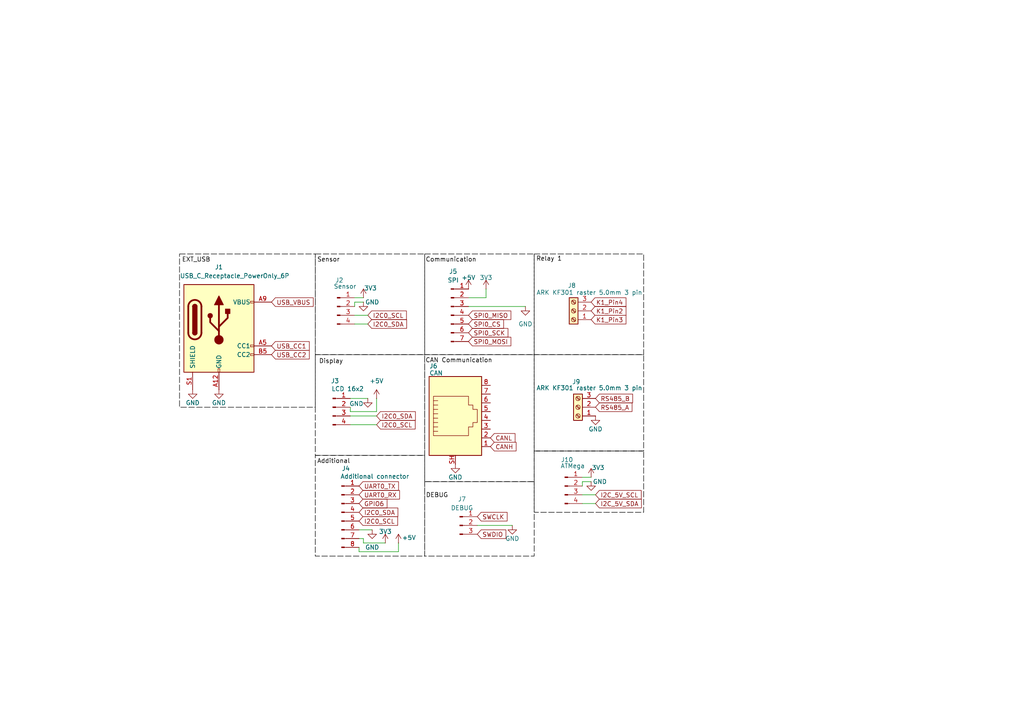
<source format=kicad_sch>
(kicad_sch (version 20250114) (generator "eeschema") (generator_version "9.0")
  (paper "A4")
  (title_block (title "Connectors") (date "2025-10-26") (rev "1.0") (company "PKl"))
  (lib_symbols
    (symbol "Connector:8P8C_Shielded" (pin_names (offset 1.016))
      (property "Reference" "J" (at -5.08 13.97 0))
      (property "Value" "8P8C_Shielded" (at 2.54 13.97 0))
      (symbol "8P8C_Shielded_0_1"
        (polyline (pts (xy -6.35 1.905) (xy -5.08 1.905) (xy -5.08 1.905)))
        (polyline (pts (xy -6.35 0.635) (xy -5.08 0.635) (xy -5.08 0.635)))
        (polyline (pts (xy -6.35 -0.635) (xy -5.08 -0.635) (xy -5.08 -0.635)))
        (polyline (pts (xy -6.35 -1.905) (xy -5.08 -1.905) (xy -5.08 -1.905)))
        (polyline (pts (xy -6.35 -3.175) (xy -5.08 -3.175) (xy -5.08 -3.175)))
        (polyline (pts (xy -6.35 -4.445) (xy -6.35 6.985) (xy 3.81 6.985) (xy 3.81 4.445) (xy 5.08 4.445) (xy 5.08 3.175) (xy 6.35 3.175) (xy 6.35 -0.635) (xy 5.08 -0.635) (xy 5.08 -1.905) (xy 3.81 -1.905) (xy 3.81 -4.445) (xy -6.35 -4.445) (xy -6.35 -4.445)))
        (polyline (pts (xy -5.08 5.715) (xy -6.35 5.715)))
        (polyline (pts (xy -5.08 4.445) (xy -6.35 4.445)))
        (polyline (pts (xy -5.08 3.175) (xy -6.35 3.175) (xy -6.35 3.175)))
        (rectangle (start 7.62 12.7) (end -7.62 -10.16) (stroke (width 0.254)) (fill (type background)))
      )
      (symbol "8P8C_Shielded_1_1"
        (pin passive line (at 0 -12.7 90) (length 2.54) (name "~") (number "SH"))
        (pin passive line (at 10.16 10.16 180) (length 2.54) (name "~") (number "8"))
        (pin passive line (at 10.16 7.62 180) (length 2.54) (name "~") (number "7"))
        (pin passive line (at 10.16 5.08 180) (length 2.54) (name "~") (number "6"))
        (pin passive line (at 10.16 2.54 180) (length 2.54) (name "~") (number "5"))
        (pin passive line (at 10.16 0 180) (length 2.54) (name "~") (number "4"))
        (pin passive line (at 10.16 -2.54 180) (length 2.54) (name "~") (number "3"))
        (pin passive line (at 10.16 -5.08 180) (length 2.54) (name "~") (number "2"))
        (pin passive line (at 10.16 -7.62 180) (length 2.54) (name "~") (number "1"))
      )
    )
    (symbol "Connector:Conn_01x03_Pin" (pin_names (offset 1.016) (hide yes))
      (property "Reference" "J" (at 0 5.08 0))
      (property "Value" "Conn_01x03_Pin" (at 0 -5.08 0))
      (symbol "Conn_01x03_Pin_1_1"
        (rectangle (start 0.8636 2.667) (end 0 2.413) (stroke (width 0.1524)) (fill (type outline)))
        (rectangle (start 0.8636 0.127) (end 0 -0.127) (stroke (width 0.1524)) (fill (type outline)))
        (rectangle (start 0.8636 -2.413) (end 0 -2.667) (stroke (width 0.1524)) (fill (type outline)))
        (polyline (pts (xy 1.27 2.54) (xy 0.8636 2.54)) (stroke (width 0.1524)))
        (polyline (pts (xy 1.27 0) (xy 0.8636 0)) (stroke (width 0.1524)))
        (polyline (pts (xy 1.27 -2.54) (xy 0.8636 -2.54)) (stroke (width 0.1524)))
        (pin passive line (at 5.08 2.54 180) (length 3.81) (name "Pin_1") (number "1"))
        (pin passive line (at 5.08 0 180) (length 3.81) (name "Pin_2") (number "2"))
        (pin passive line (at 5.08 -2.54 180) (length 3.81) (name "Pin_3") (number "3"))
      )
    )
    (symbol "Connector:Conn_01x04_Pin" (pin_names (offset 1.016) (hide yes))
      (property "Reference" "J" (at 0 5.08 0))
      (property "Value" "Conn_01x04_Pin" (at 0 -7.62 0))
      (symbol "Conn_01x04_Pin_1_1"
        (rectangle (start 0.8636 2.667) (end 0 2.413) (stroke (width 0.1524)) (fill (type outline)))
        (rectangle (start 0.8636 0.127) (end 0 -0.127) (stroke (width 0.1524)) (fill (type outline)))
        (rectangle (start 0.8636 -2.413) (end 0 -2.667) (stroke (width 0.1524)) (fill (type outline)))
        (rectangle (start 0.8636 -4.953) (end 0 -5.207) (stroke (width 0.1524)) (fill (type outline)))
        (polyline (pts (xy 1.27 2.54) (xy 0.8636 2.54)) (stroke (width 0.1524)))
        (polyline (pts (xy 1.27 0) (xy 0.8636 0)) (stroke (width 0.1524)))
        (polyline (pts (xy 1.27 -2.54) (xy 0.8636 -2.54)) (stroke (width 0.1524)))
        (polyline (pts (xy 1.27 -5.08) (xy 0.8636 -5.08)) (stroke (width 0.1524)))
        (pin passive line (at 5.08 2.54 180) (length 3.81) (name "Pin_1") (number "1"))
        (pin passive line (at 5.08 0 180) (length 3.81) (name "Pin_2") (number "2"))
        (pin passive line (at 5.08 -2.54 180) (length 3.81) (name "Pin_3") (number "3"))
        (pin passive line (at 5.08 -5.08 180) (length 3.81) (name "Pin_4") (number "4"))
      )
    )
    (symbol "Connector:Conn_01x07_Pin" (pin_names (offset 1.016) (hide yes))
      (property "Reference" "J" (at 0 10.16 0))
      (property "Value" "Conn_01x07_Pin" (at 0 -10.16 0))
      (symbol "Conn_01x07_Pin_1_1"
        (rectangle (start 0.8636 7.747) (end 0 7.493) (stroke (width 0.1524)) (fill (type outline)))
        (rectangle (start 0.8636 5.207) (end 0 4.953) (stroke (width 0.1524)) (fill (type outline)))
        (rectangle (start 0.8636 2.667) (end 0 2.413) (stroke (width 0.1524)) (fill (type outline)))
        (rectangle (start 0.8636 0.127) (end 0 -0.127) (stroke (width 0.1524)) (fill (type outline)))
        (rectangle (start 0.8636 -2.413) (end 0 -2.667) (stroke (width 0.1524)) (fill (type outline)))
        (rectangle (start 0.8636 -4.953) (end 0 -5.207) (stroke (width 0.1524)) (fill (type outline)))
        (rectangle (start 0.8636 -7.493) (end 0 -7.747) (stroke (width 0.1524)) (fill (type outline)))
        (polyline (pts (xy 1.27 7.62) (xy 0.8636 7.62)) (stroke (width 0.1524)))
        (polyline (pts (xy 1.27 5.08) (xy 0.8636 5.08)) (stroke (width 0.1524)))
        (polyline (pts (xy 1.27 2.54) (xy 0.8636 2.54)) (stroke (width 0.1524)))
        (polyline (pts (xy 1.27 0) (xy 0.8636 0)) (stroke (width 0.1524)))
        (polyline (pts (xy 1.27 -2.54) (xy 0.8636 -2.54)) (stroke (width 0.1524)))
        (polyline (pts (xy 1.27 -5.08) (xy 0.8636 -5.08)) (stroke (width 0.1524)))
        (polyline (pts (xy 1.27 -7.62) (xy 0.8636 -7.62)) (stroke (width 0.1524)))
        (pin passive line (at 5.08 7.62 180) (length 3.81) (name "Pin_1") (number "1"))
        (pin passive line (at 5.08 5.08 180) (length 3.81) (name "Pin_2") (number "2"))
        (pin passive line (at 5.08 2.54 180) (length 3.81) (name "Pin_3") (number "3"))
        (pin passive line (at 5.08 0 180) (length 3.81) (name "Pin_4") (number "4"))
        (pin passive line (at 5.08 -2.54 180) (length 3.81) (name "Pin_5") (number "5"))
        (pin passive line (at 5.08 -5.08 180) (length 3.81) (name "Pin_6") (number "6"))
        (pin passive line (at 5.08 -7.62 180) (length 3.81) (name "Pin_7") (number "7"))
      )
    )
    (symbol "Connector:Conn_01x08_Pin" (pin_names (offset 1.016) (hide yes))
      (property "Reference" "J" (at 0 10.16 0))
      (property "Value" "Conn_01x08_Pin" (at 0 -12.7 0))
      (symbol "Conn_01x08_Pin_1_1"
        (rectangle (start 0.8636 7.747) (end 0 7.493) (stroke (width 0.1524)) (fill (type outline)))
        (rectangle (start 0.8636 5.207) (end 0 4.953) (stroke (width 0.1524)) (fill (type outline)))
        (rectangle (start 0.8636 2.667) (end 0 2.413) (stroke (width 0.1524)) (fill (type outline)))
        (rectangle (start 0.8636 0.127) (end 0 -0.127) (stroke (width 0.1524)) (fill (type outline)))
        (rectangle (start 0.8636 -2.413) (end 0 -2.667) (stroke (width 0.1524)) (fill (type outline)))
        (rectangle (start 0.8636 -4.953) (end 0 -5.207) (stroke (width 0.1524)) (fill (type outline)))
        (rectangle (start 0.8636 -7.493) (end 0 -7.747) (stroke (width 0.1524)) (fill (type outline)))
        (rectangle (start 0.8636 -10.033) (end 0 -10.287) (stroke (width 0.1524)) (fill (type outline)))
        (polyline (pts (xy 1.27 7.62) (xy 0.8636 7.62)) (stroke (width 0.1524)))
        (polyline (pts (xy 1.27 5.08) (xy 0.8636 5.08)) (stroke (width 0.1524)))
        (polyline (pts (xy 1.27 2.54) (xy 0.8636 2.54)) (stroke (width 0.1524)))
        (polyline (pts (xy 1.27 0) (xy 0.8636 0)) (stroke (width 0.1524)))
        (polyline (pts (xy 1.27 -2.54) (xy 0.8636 -2.54)) (stroke (width 0.1524)))
        (polyline (pts (xy 1.27 -5.08) (xy 0.8636 -5.08)) (stroke (width 0.1524)))
        (polyline (pts (xy 1.27 -7.62) (xy 0.8636 -7.62)) (stroke (width 0.1524)))
        (polyline (pts (xy 1.27 -10.16) (xy 0.8636 -10.16)) (stroke (width 0.1524)))
        (pin passive line (at 5.08 7.62 180) (length 3.81) (name "Pin_1") (number "1"))
        (pin passive line (at 5.08 5.08 180) (length 3.81) (name "Pin_2") (number "2"))
        (pin passive line (at 5.08 2.54 180) (length 3.81) (name "Pin_3") (number "3"))
        (pin passive line (at 5.08 0 180) (length 3.81) (name "Pin_4") (number "4"))
        (pin passive line (at 5.08 -2.54 180) (length 3.81) (name "Pin_5") (number "5"))
        (pin passive line (at 5.08 -5.08 180) (length 3.81) (name "Pin_6") (number "6"))
        (pin passive line (at 5.08 -7.62 180) (length 3.81) (name "Pin_7") (number "7"))
        (pin passive line (at 5.08 -10.16 180) (length 3.81) (name "Pin_8") (number "8"))
      )
    )
    (symbol "Connector:Screw_Terminal_01x03" (pin_names (offset 1.016) (hide yes))
      (property "Reference" "J" (at 0 5.08 0))
      (property "Value" "Screw_Terminal_01x03" (at 0 -5.08 0))
      (symbol "Screw_Terminal_01x03_1_1"
        (rectangle (start -1.27 3.81) (end 1.27 -3.81) (stroke (width 0.254)) (fill (type background)))
        (polyline (pts (xy -0.5334 2.8702) (xy 0.3302 2.032)) (stroke (width 0.1524)))
        (polyline (pts (xy -0.5334 0.3302) (xy 0.3302 -0.508)) (stroke (width 0.1524)))
        (polyline (pts (xy -0.5334 -2.2098) (xy 0.3302 -3.048)) (stroke (width 0.1524)))
        (polyline (pts (xy -0.3556 3.048) (xy 0.508 2.2098)) (stroke (width 0.1524)))
        (polyline (pts (xy -0.3556 0.508) (xy 0.508 -0.3302)) (stroke (width 0.1524)))
        (polyline (pts (xy -0.3556 -2.032) (xy 0.508 -2.8702)) (stroke (width 0.1524)))
        (circle (center 0 2.54) (radius 0.635) (stroke (width 0.1524)))
        (circle (center 0 0) (radius 0.635) (stroke (width 0.1524)))
        (circle (center 0 -2.54) (radius 0.635) (stroke (width 0.1524)))
        (pin passive line (at -5.08 2.54 0) (length 3.81) (name "Pin_1") (number "1"))
        (pin passive line (at -5.08 0 0) (length 3.81) (name "Pin_2") (number "2"))
        (pin passive line (at -5.08 -2.54 0) (length 3.81) (name "Pin_3") (number "3"))
      )
    )
    (symbol "Connector:USB_C_Receptacle_PowerOnly_6P" (pin_names (offset 1.016))
      (property "Reference" "J" (at 0 16.51 0))
      (property "Value" "USB_C_Receptacle_PowerOnly_6P" (at 0 13.97 0))
      (symbol "USB_C_Receptacle_PowerOnly_6P_0_0"
        (rectangle (start -0.254 -12.7) (end 0.254 -11.684))
        (rectangle (start 10.16 7.874) (end 9.144 7.366))
        (rectangle (start 10.16 -4.826) (end 9.144 -5.334))
        (rectangle (start 10.16 -7.366) (end 9.144 -7.874))
      )
      (symbol "USB_C_Receptacle_PowerOnly_6P_0_1"
        (rectangle (start -10.16 12.7) (end 10.16 -12.7) (stroke (width 0.254)) (fill (type background)))
        (polyline (pts (xy -8.89 -1.27) (xy -8.89 6.35)) (stroke (width 0.508)))
        (rectangle (start -7.62 -1.27) (end -6.35 6.35) (stroke (width 0.254)) (fill (type outline)))
        (arc (start -7.62 6.35) (mid -6.985 6.9823) (end -6.35 6.35) (stroke (width 0.254)))
        (arc (start -7.62 6.35) (mid -6.985 6.9823) (end -6.35 6.35) (stroke (width 0.254)) (fill (type outline)))
        (arc (start -8.89 6.35) (mid -6.985 8.2467) (end -5.08 6.35) (stroke (width 0.508)))
        (arc (start -5.08 -1.27) (mid -6.985 -3.1667) (end -8.89 -1.27) (stroke (width 0.508)))
        (arc (start -6.35 -1.27) (mid -6.985 -1.9023) (end -7.62 -1.27) (stroke (width 0.254)))
        (arc (start -6.35 -1.27) (mid -6.985 -1.9023) (end -7.62 -1.27) (stroke (width 0.254)) (fill (type outline)))
        (polyline (pts (xy -5.08 6.35) (xy -5.08 -1.27)) (stroke (width 0.508)))
        (circle (center -2.54 3.683) (radius 0.635) (stroke (width 0.254)) (fill (type outline)))
        (polyline (pts (xy -1.27 6.858) (xy 0 9.398) (xy 1.27 6.858) (xy -1.27 6.858)) (stroke (width 0.254)) (fill (type outline)))
        (polyline (pts (xy 0 0.508) (xy 2.54 3.048) (xy 2.54 4.318)) (stroke (width 0.508)))
        (polyline (pts (xy 0 -0.762) (xy -2.54 1.778) (xy -2.54 3.048)) (stroke (width 0.508)))
        (polyline (pts (xy 0 -3.302) (xy 0 6.858)) (stroke (width 0.508)))
        (circle (center 0 -3.302) (radius 1.27) (fill (type outline)))
        (rectangle (start 1.905 4.318) (end 3.175 5.588) (stroke (width 0.254)) (fill (type outline)))
      )
      (symbol "USB_C_Receptacle_PowerOnly_6P_1_1"
        (pin passive line (at -7.62 -17.78 90) (length 5.08) (name "SHIELD") (number "S1"))
        (pin passive line (at 0 -17.78 90) (length 5.08) (name "GND") (number "A12"))
        (pin passive line (at 0 -17.78 90) (length 5.08) (hide yes) (name "GND") (number "B12"))
        (pin passive line (at 15.24 7.62 180) (length 5.08) (name "VBUS") (number "A9"))
        (pin passive line (at 15.24 7.62 180) (length 5.08) (hide yes) (name "VBUS") (number "B9"))
        (pin bidirectional line (at 15.24 -5.08 180) (length 5.08) (name "CC1") (number "A5"))
        (pin bidirectional line (at 15.24 -7.62 180) (length 5.08) (name "CC2") (number "B5"))
      )
    )
    (symbol "power:+3.3V" (power) (pin_numbers (hide yes)) (pin_names (offset 0) (hide yes))
      (property "Value" "+3.3V" (at 0 3.556 0))
      (symbol "+3.3V_0_1"
        (polyline (pts (xy -0.762 1.27) (xy 0 2.54)))
        (polyline (pts (xy 0 2.54) (xy 0.762 1.27)))
        (polyline (pts (xy 0 0) (xy 0 2.54)))
      )
      (symbol "+3.3V_1_1"
        (pin power_in line (at 0 0 90) (length 0) (name "~") (number "1"))
      )
    )
    (symbol "power:+5V" (power) (pin_numbers (hide yes)) (pin_names (offset 0) (hide yes))
      (property "Value" "+5V" (at 0 3.556 0))
      (symbol "+5V_0_1"
        (polyline (pts (xy -0.762 1.27) (xy 0 2.54)))
        (polyline (pts (xy 0 2.54) (xy 0.762 1.27)))
        (polyline (pts (xy 0 0) (xy 0 2.54)))
      )
      (symbol "+5V_1_1"
        (pin power_in line (at 0 0 90) (length 0) (name "~") (number "1"))
      )
    )
    (symbol "power:GND" (power) (pin_numbers (hide yes)) (pin_names (offset 0) (hide yes))
      (property "Value" "GND" (at 0 -3.81 0))
      (symbol "GND_0_1"
        (polyline (pts (xy 0 0) (xy 0 -1.27) (xy 1.27 -1.27) (xy 0 -2.54) (xy -1.27 -1.27) (xy 0 -1.27)))
      )
      (symbol "GND_1_1"
        (pin power_in line (at 0 0 270) (length 0) (name "~") (number "1"))
      )
    )
  )
  (rectangle (start 123.19 102.87) (end 154.94 139.7) (stroke (width 0) (type dash) (color 0 0 0 1)))
  (rectangle (start 91.44 73.66) (end 123.19 102.87) (stroke (width 0) (type dash) (color 0 0 0 1)))
  (rectangle (start 52.07 73.66) (end 91.44 118.11) (stroke (width 0) (type dash) (color 0 0 0 1)))
  (rectangle (start 123.19 139.7) (end 154.94 161.29) (stroke (width 0) (type dash) (color 0 0 0 1)))
  (rectangle (start 91.44 102.87) (end 123.19 132.08) (stroke (width 0) (type dash) (color 0 0 0 1)))
  (rectangle (start 154.94 102.87) (end 186.69 130.81) (stroke (width 0) (type dash) (color 0 0 0 1)))
  (rectangle (start 154.94 73.66) (end 186.69 102.87) (stroke (width 0) (type dash) (color 0 0 0 1)))
  (rectangle (start 154.94 130.81) (end 186.69 148.59) (stroke (width 0) (type dash) (color 0 0 0 1)))
  (rectangle (start 91.44 132.08) (end 123.19 161.29) (stroke (width 0) (type dash) (color 0 0 0 1)))
  (rectangle (start 123.19 73.66) (end 154.94 102.87) (stroke (width 0) (type dash) (color 0 0 0 1)))
  (text "Additional" (at 96.774 133.858 0) (effects (font (size 1.27 1.27))))
  (text "DEBUG" (at 126.746 143.764 0) (effects (font (size 1.27 1.27))))
  (text "Relay 1" (at 159.258 75.184 0) (effects (font (size 1.27 1.27))))
  (text "Communication" (at 130.81 75.438 0) (effects (font (size 1.27 1.27))))
  (text "CAN Communication" (at 133.096 104.648 0) (effects (font (size 1.27 1.27))))
  (text "Sensor " (at 95.758 75.438 0) (effects (font (size 1.27 1.27))))
  (text "Display" (at 96.012 104.902 0) (effects (font (size 1.27 1.27))))
  (text "EXT_USB" (at 56.896 75.438 0) (effects (font (size 1.27 1.27))))
  (wire (pts (xy 168.91 139.7) (xy 171.45 139.7)))
  (wire (pts (xy 101.6 123.19) (xy 109.22 123.19)))
  (wire (pts (xy 168.91 139.7) (xy 168.91 140.97)))
  (wire (pts (xy 135.89 86.36) (xy 140.97 86.36)))
  (wire (pts (xy 171.45 138.43) (xy 168.91 138.43)))
  (wire (pts (xy 140.97 83.82) (xy 140.97 86.36)))
  (wire (pts (xy 102.87 87.63) (xy 105.41 87.63)))
  (wire (pts (xy 101.6 119.38) (xy 101.6 118.11)))
  (wire (pts (xy 105.41 86.36) (xy 102.87 86.36)))
  (wire (pts (xy 101.6 115.57) (xy 106.68 115.57)))
  (wire (pts (xy 102.87 93.98) (xy 106.68 93.98)))
  (wire (pts (xy 111.76 157.48) (xy 105.41 157.48)))
  (wire (pts (xy 105.41 157.48) (xy 105.41 156.21)))
  (wire (pts (xy 101.6 120.65) (xy 109.22 120.65)))
  (wire (pts (xy 138.43 152.4) (xy 148.59 152.4)))
  (wire (pts (xy 109.22 115.57) (xy 109.22 119.38)))
  (wire (pts (xy 104.14 153.67) (xy 107.95 153.67)))
  (wire (pts (xy 102.87 91.44) (xy 106.68 91.44)))
  (wire (pts (xy 102.87 87.63) (xy 102.87 88.9)))
  (wire (pts (xy 101.6 119.38) (xy 109.22 119.38)))
  (wire (pts (xy 135.89 88.9) (xy 152.4 88.9)))
  (wire (pts (xy 168.91 146.05) (xy 172.72 146.05)))
  (wire (pts (xy 168.91 143.51) (xy 172.72 143.51)))
  (wire (pts (xy 115.57 160.02) (xy 104.14 160.02)))
  (wire (pts (xy 115.57 157.48) (xy 115.57 160.02)))
  (wire (pts (xy 104.14 156.21) (xy 105.41 156.21)))
  (wire (pts (xy 104.14 160.02) (xy 104.14 158.75)))
  (global_label "SWDIO" (shape input) (at 138.43 154.94 0) (property "Intersheetrefs" "${INTERSHEET_REFS}" (effects (hide yes))))
  (global_label "SPI0_MISO" (shape input) (at 135.89 91.44 0) (property "Intersheetrefs" "${INTERSHEET_REFS}" (effects (hide yes))))
  (global_label "I2C0_SDA" (shape input) (at 106.68 93.98 0) (property "Intersheetrefs" "${INTERSHEET_REFS}" (effects (hide yes))))
  (global_label "SPI0_MOSI" (shape input) (at 135.89 99.06 0) (property "Intersheetrefs" "${INTERSHEET_REFS}" (effects (hide yes))))
  (global_label "RS485_B" (shape input) (at 172.72 115.57 0) (property "Intersheetrefs" "${INTERSHEET_REFS}" (effects (hide yes))))
  (global_label "USB_VBUS" (shape input) (at 78.74 87.63 0) (property "Intersheetrefs" "${INTERSHEET_REFS}" (effects (hide yes))))
  (global_label "SPI0_CS" (shape input) (at 135.89 93.98 0) (property "Intersheetrefs" "${INTERSHEET_REFS}" (effects (hide yes))))
  (global_label "I2C_5V_SCL" (shape input) (at 172.72 143.51 0) (property "Intersheetrefs" "${INTERSHEET_REFS}" (effects (hide yes))))
  (global_label "K1_Pin3" (shape input) (at 171.45 92.71 0) (property "Intersheetrefs" "${INTERSHEET_REFS}" (effects (hide yes))))
  (global_label "SPI0_SCK" (shape input) (at 135.89 96.52 0) (property "Intersheetrefs" "${INTERSHEET_REFS}" (effects (hide yes))))
  (global_label "USB_CC2" (shape input) (at 78.74 102.87 0) (property "Intersheetrefs" "${INTERSHEET_REFS}" (effects (hide yes))))
  (global_label "I2C_5V_SDA" (shape input) (at 172.72 146.05 0) (property "Intersheetrefs" "${INTERSHEET_REFS}" (effects (hide yes))))
  (global_label "I2C0_SDA" (shape input) (at 104.14 148.59 0) (property "Intersheetrefs" "${INTERSHEET_REFS}" (effects (hide yes))))
  (global_label "K1_Pin4" (shape input) (at 171.45 87.63 0) (property "Intersheetrefs" "${INTERSHEET_REFS}" (effects (hide yes))))
  (global_label "RS485_A" (shape input) (at 172.72 118.11 0) (property "Intersheetrefs" "${INTERSHEET_REFS}" (effects (hide yes))))
  (global_label "K1_Pin2" (shape input) (at 171.45 90.17 0) (property "Intersheetrefs" "${INTERSHEET_REFS}" (effects (hide yes))))
  (global_label "GPIO6" (shape input) (at 104.14 146.05 0) (property "Intersheetrefs" "${INTERSHEET_REFS}" (effects (hide yes))))
  (global_label "I2C0_SCL" (shape input) (at 106.68 91.44 0) (property "Intersheetrefs" "${INTERSHEET_REFS}" (effects (hide yes))))
  (global_label "USB_CC1" (shape input) (at 78.74 100.33 0) (property "Intersheetrefs" "${INTERSHEET_REFS}" (effects (hide yes))))
  (global_label "I2C0_SCL" (shape input) (at 109.22 123.19 0) (property "Intersheetrefs" "${INTERSHEET_REFS}" (effects (hide yes))))
  (global_label "SWCLK" (shape input) (at 138.43 149.86 0) (property "Intersheetrefs" "${INTERSHEET_REFS}" (effects (hide yes))))
  (global_label "CANH" (shape input) (at 142.24 129.54 0) (property "Intersheetrefs" "${INTERSHEET_REFS}" (effects (hide yes))))
  (global_label "UART0_RX" (shape input) (at 104.14 143.51 0) (property "Intersheetrefs" "${INTERSHEET_REFS}" (effects (hide yes))))
  (global_label "I2C0_SCL" (shape input) (at 104.14 151.13 0) (property "Intersheetrefs" "${INTERSHEET_REFS}" (effects (hide yes))))
  (global_label "I2C0_SDA" (shape input) (at 109.22 120.65 0) (property "Intersheetrefs" "${INTERSHEET_REFS}" (effects (hide yes))))
  (global_label "UART0_TX" (shape input) (at 104.14 140.97 0) (property "Intersheetrefs" "${INTERSHEET_REFS}" (effects (hide yes))))
  (global_label "CANL" (shape input) (at 142.24 127 0) (property "Intersheetrefs" "${INTERSHEET_REFS}" (effects (hide yes))))
  (symbol (lib_id "power:+3.3V") (at 111.76 157.48 0) (unit 1)
    (property "Reference" "#PWR066" (effects (hide yes)))
    (property "Value" "3V3" (at 111.76 154.178 0))
    (property "Description" "Power symbol creates a global label with name \"+3.3V\"" (effects (hide yes)))
  )
  (symbol (lib_id "Connector:Conn_01x08_Pin") (at 99.06 148.59 0) (unit 1)
    (property "Reference" "J4" (at 100.33 135.89 0))
    (property "Value" "Additional connector" (at 108.712 138.176 0))
    (property "Footprint" "Connector_JST:JST_XH_B8B-XH-A_1x08_P2.50mm_Vertical" (effects (hide yes)))
    (property "Description" "Generic connector, single row, 01x08, script generated" (effects (hide yes)))
  )
  (symbol (lib_id "power:+3.3V") (at 105.41 86.36 0) (unit 1)
    (property "Reference" "#PWR061" (effects (hide yes)))
    (property "Value" "3V3" (at 107.442 83.566 0))
    (property "Description" "Power symbol creates a global label with name \"+3.3V\"" (effects (hide yes)))
  )
  (symbol (lib_id "Connector:Conn_01x04_Pin") (at 96.52 118.11 0) (unit 1)
    (property "Reference" "J3" (at 97.155 110.49 0))
    (property "Value" "LCD 16x2" (at 100.838 112.776 0))
    (property "Footprint" "Connector_JST:JST_XH_B4B-XH-A_1x04_P2.50mm_Vertical" (effects (hide yes)))
    (property "Description" "Generic connector, single row, 01x04, script generated" (effects (hide yes)))
  )
  (symbol (lib_id "power:GND") (at 106.68 115.57 0) (unit 1)
    (property "Reference" "#PWR065" (effects (hide yes)))
    (property "Value" "GND" (at 103.378 117.094 0))
    (property "Description" "Power symbol creates a global label with name \"GND\" , ground" (effects (hide yes)))
  )
  (symbol (lib_id "Connector:Conn_01x03_Pin") (at 133.35 152.4 0) (unit 1)
    (property "Reference" "J7" (at 133.985 144.78 0))
    (property "Value" "DEBUG" (at 133.985 147.32 0))
    (property "Footprint" "Connector_JST:JST_XH_B3B-XH-A_1x03_P2.50mm_Vertical" (effects (hide yes)))
    (property "Description" "Generic connector, single row, 01x03, script generated" (effects (hide yes)))
  )
  (symbol (lib_id "power:GND") (at 107.95 153.67 0) (unit 1)
    (property "Reference" "#PWR063" (effects (hide yes)))
    (property "Value" "GND" (at 107.95 158.75 0))
    (property "Description" "Power symbol creates a global label with name \"GND\" , ground" (effects (hide yes)))
  )
  (symbol (lib_id "Connector:USB_C_Receptacle_PowerOnly_6P") (at 63.5 95.25 0) (unit 1)
    (property "Reference" "J1" (at 63.5 77.47 0))
    (property "Value" "USB_C_Receptacle_PowerOnly_6P" (at 68.072 80.01 0))
    (property "Footprint" "Connector_USB:USB_C_Receptacle_GCT_USB4125-xx-x_6P_TopMnt_Horizontal" (effects (hide yes)))
    (property "Datasheet" "https://www.usb.org/sites/default/files/documents/usb_type-c.zip" (effects (hide yes)))
    (property "Description" "USB Power-Only 6P Type-C Receptacle connector" (effects (hide yes)))
  )
  (symbol (lib_id "power:GND") (at 132.08 134.62 0) (unit 1)
    (property "Reference" "#PWR080" (effects (hide yes)))
    (property "Value" "GND" (at 132.08 138.43 0))
    (property "Description" "Power symbol creates a global label with name \"GND\" , ground" (effects (hide yes)))
  )
  (symbol (lib_id "Connector:Conn_01x04_Pin") (at 163.83 140.97 0) (unit 1)
    (property "Reference" "J10" (at 164.465 133.35 0))
    (property "Value" "ATMega" (at 166.116 135.128 0))
    (property "Footprint" "Connector_PinHeader_2.54mm:PinHeader_1x04_P2.54mm_Vertical" (effects (hide yes)))
    (property "Description" "Generic connector, single row, 01x04, script generated" (effects (hide yes)))
  )
  (symbol (lib_id "power:GND") (at 148.59 152.4 0) (unit 1)
    (property "Reference" "#PWR071" (effects (hide yes)))
    (property "Value" "GND" (at 148.59 156.21 0))
    (property "Description" "Power symbol creates a global label with name \"GND\" , ground" (effects (hide yes)))
  )
  (symbol (lib_id "power:GND") (at 63.5 113.03 0) (unit 1)
    (property "Reference" "#PWR072" (effects (hide yes)))
    (property "Value" "GND" (at 63.5 116.84 0))
    (property "Description" "Power symbol creates a global label with name \"GND\" , ground" (effects (hide yes)))
  )
  (symbol (lib_id "power:GND") (at 105.41 87.63 0) (unit 1)
    (property "Reference" "#PWR062" (effects (hide yes)))
    (property "Value" "GND" (at 107.95 87.63 0))
    (property "Description" "Power symbol creates a global label with name \"GND\" , ground" (effects (hide yes)))
  )
  (symbol (lib_id "Connector:8P8C_Shielded") (at 132.08 121.92 0) (unit 1)
    (property "Reference" "J6" (at 125.73 106.172 0))
    (property "Value" "CAN" (at 126.492 108.204 0))
    (property "Footprint" "Connector_RJ:RJ45_Amphenol_RJHSE5380" (effects (hide yes)))
    (property "Description" "RJ connector, 8P8C (8 positions 8 connected), RJ31/RJ32/RJ33/RJ34/RJ35/RJ41/RJ45/RJ49/RJ61, Shielded" (effects (hide yes)))
  )
  (symbol (lib_id "power:+3.3V") (at 171.45 138.43 0) (unit 1)
    (property "Reference" "#PWR093" (effects (hide yes)))
    (property "Value" "3V3" (at 173.482 135.636 0))
    (property "Description" "Power symbol creates a global label with name \"+3.3V\"" (effects (hide yes)))
  )
  (symbol (lib_id "power:+5V") (at 135.89 83.82 0) (unit 1)
    (property "Reference" "#PWR060" (effects (hide yes)))
    (property "Value" "+5V" (at 135.89 80.518 0))
    (property "Description" "Power symbol creates a global label with name \"+5V\"" (effects (hide yes)))
  )
  (symbol (lib_id "Connector:Conn_01x04_Pin") (at 97.79 88.9 0) (unit 1)
    (property "Reference" "J2" (at 98.425 81.28 0))
    (property "Value" "Sensor" (at 100.076 83.058 0))
    (property "Footprint" "Connector_JST:JST_XH_B4B-XH-A_1x04_P2.50mm_Vertical" (effects (hide yes)))
    (property "Description" "Generic connector, single row, 01x04, script generated" (effects (hide yes)))
  )
  (symbol (lib_id "power:GND") (at 55.88 113.03 0) (unit 1)
    (property "Reference" "#PWR079" (effects (hide yes)))
    (property "Value" "GND" (at 55.88 116.84 0))
    (property "Description" "Power symbol creates a global label with name \"GND\" , ground" (effects (hide yes)))
  )
  (symbol (lib_id "Connector:Conn_01x07_Pin") (at 130.81 91.44 0) (unit 1)
    (property "Reference" "J5" (at 131.445 78.74 0))
    (property "Value" "SPI" (at 131.445 81.28 0))
    (property "Footprint" "Connector_JST:JST_XH_B7B-XH-A_1x07_P2.50mm_Vertical" (effects (hide yes)))
    (property "Description" "Generic connector, single row, 01x07, script generated" (effects (hide yes)))
  )
  (symbol (lib_id "Connector:Screw_Terminal_01x03") (at 167.64 118.11 180) (unit 1)
    (property "Reference" "J9" (at 167.132 110.744 0))
    (property "Value" "ARK KF301 raster 5.0mm 3 pin" (at 170.942 112.522 0))
    (property "Footprint" "TerminalBlock_Phoenix:TerminalBlock_Phoenix_MKDS-1,5-3_1x03_P5.00mm_Horizontal" (effects (hide yes)))
    (property "Description" "Generic screw terminal, single row, 01x03, script generated (kicad-library-utils/schlib/autogen/connector/)" (effects (hide yes)))
  )
  (symbol (lib_id "Connector:Screw_Terminal_01x03") (at 166.37 90.17 180) (unit 1)
    (property "Reference" "J8" (at 165.862 82.804 0))
    (property "Value" "ARK KF301 raster 5.0mm 3 pin" (at 170.942 84.836 0))
    (property "Footprint" "TerminalBlock_Phoenix:TerminalBlock_Phoenix_MKDS-1,5-3_1x03_P5.00mm_Horizontal" (effects (hide yes)))
    (property "Description" "Generic screw terminal, single row, 01x03, script generated (kicad-library-utils/schlib/autogen/connector/)" (effects (hide yes)))
  )
  (symbol (lib_id "power:+5V") (at 115.57 157.48 0) (unit 1)
    (property "Reference" "#PWR068" (effects (hide yes)))
    (property "Value" "+5V" (at 118.618 155.956 0))
    (property "Description" "Power symbol creates a global label with name \"+5V\"" (effects (hide yes)))
  )
  (symbol (lib_id "power:+3.3V") (at 140.97 83.82 0) (unit 1)
    (property "Reference" "#PWR064" (effects (hide yes)))
    (property "Value" "3V3" (at 140.97 80.518 0))
    (property "Description" "Power symbol creates a global label with name \"+3.3V\"" (effects (hide yes)))
  )
  (symbol (lib_id "power:+5V") (at 109.22 115.57 0) (unit 1)
    (property "Reference" "#PWR067" (effects (hide yes)))
    (property "Value" "+5V" (at 109.22 110.49 0))
    (property "Description" "Power symbol creates a global label with name \"+5V\"" (effects (hide yes)))
  )
  (symbol (lib_id "power:GND") (at 172.72 120.65 0) (unit 1)
    (property "Reference" "#PWR050" (effects (hide yes)))
    (property "Value" "GND" (at 172.72 124.46 0))
    (property "Description" "Power symbol creates a global label with name \"GND\" , ground" (effects (hide yes)))
  )
  (symbol (lib_id "power:GND") (at 171.45 139.7 0) (unit 1)
    (property "Reference" "#PWR094" (effects (hide yes)))
    (property "Value" "GND" (at 173.99 139.7 0))
    (property "Description" "Power symbol creates a global label with name \"GND\" , ground" (effects (hide yes)))
  )
  (symbol (lib_id "power:GND") (at 152.4 88.9 0) (unit 1)
    (property "Reference" "#PWR069" (effects (hide yes)))
    (property "Value" "GND" (at 152.4 93.98 0))
    (property "Description" "Power symbol creates a global label with name \"GND\" , ground" (effects (hide yes)))
  )
)
</source>
